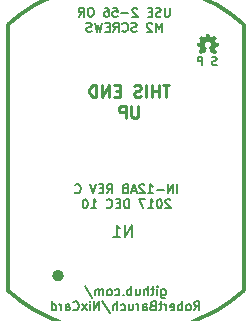
<source format=gbo>
G04 #@! TF.FileFunction,Legend,Bot*
%FSLAX46Y46*%
G04 Gerber Fmt 4.6, Leading zero omitted, Abs format (unit mm)*
G04 Created by KiCad (PCBNEW 4.0.4-stable) date 12/10/17 21:58:31*
%MOMM*%
%LPD*%
G01*
G04 APERTURE LIST*
%ADD10C,0.100000*%
%ADD11C,0.175000*%
%ADD12C,0.127000*%
%ADD13C,0.254000*%
%ADD14C,0.300000*%
%ADD15C,0.500000*%
%ADD16C,0.150000*%
G04 APERTURE END LIST*
D10*
D11*
X7700067Y7870067D02*
X7600067Y7836733D01*
X7433400Y7836733D01*
X7366733Y7870067D01*
X7333400Y7903400D01*
X7300067Y7970067D01*
X7300067Y8036733D01*
X7333400Y8103400D01*
X7366733Y8136733D01*
X7433400Y8170067D01*
X7566733Y8203400D01*
X7633400Y8236733D01*
X7666733Y8270067D01*
X7700067Y8336733D01*
X7700067Y8403400D01*
X7666733Y8470067D01*
X7633400Y8503400D01*
X7566733Y8536733D01*
X7400067Y8536733D01*
X7300067Y8503400D01*
X6466733Y7836733D02*
X6466733Y8536733D01*
X6200067Y8536733D01*
X6133400Y8503400D01*
X6100067Y8470067D01*
X6066733Y8403400D01*
X6066733Y8303400D01*
X6100067Y8236733D01*
X6133400Y8203400D01*
X6200067Y8170067D01*
X6466733Y8170067D01*
D12*
X3719285Y12685486D02*
X3719285Y12068629D01*
X3683000Y11996057D01*
X3646714Y11959771D01*
X3574143Y11923486D01*
X3429000Y11923486D01*
X3356428Y11959771D01*
X3320143Y11996057D01*
X3283857Y12068629D01*
X3283857Y12685486D01*
X2957285Y11959771D02*
X2848428Y11923486D01*
X2666999Y11923486D01*
X2594428Y11959771D01*
X2558142Y11996057D01*
X2521857Y12068629D01*
X2521857Y12141200D01*
X2558142Y12213771D01*
X2594428Y12250057D01*
X2666999Y12286343D01*
X2812142Y12322629D01*
X2884714Y12358914D01*
X2920999Y12395200D01*
X2957285Y12467771D01*
X2957285Y12540343D01*
X2920999Y12612914D01*
X2884714Y12649200D01*
X2812142Y12685486D01*
X2630714Y12685486D01*
X2521857Y12649200D01*
X2195285Y12322629D02*
X1941285Y12322629D01*
X1832428Y11923486D02*
X2195285Y11923486D01*
X2195285Y12685486D01*
X1832428Y12685486D01*
X961571Y12612914D02*
X925285Y12649200D01*
X852714Y12685486D01*
X671285Y12685486D01*
X598714Y12649200D01*
X562428Y12612914D01*
X526143Y12540343D01*
X526143Y12467771D01*
X562428Y12358914D01*
X997857Y11923486D01*
X526143Y11923486D01*
X199571Y12213771D02*
X-381000Y12213771D01*
X-1106715Y12685486D02*
X-743858Y12685486D01*
X-707572Y12322629D01*
X-743858Y12358914D01*
X-816429Y12395200D01*
X-997858Y12395200D01*
X-1070429Y12358914D01*
X-1106715Y12322629D01*
X-1143000Y12250057D01*
X-1143000Y12068629D01*
X-1106715Y11996057D01*
X-1070429Y11959771D01*
X-997858Y11923486D01*
X-816429Y11923486D01*
X-743858Y11959771D01*
X-707572Y11996057D01*
X-1796143Y12685486D02*
X-1651000Y12685486D01*
X-1578429Y12649200D01*
X-1542143Y12612914D01*
X-1469572Y12504057D01*
X-1433286Y12358914D01*
X-1433286Y12068629D01*
X-1469572Y11996057D01*
X-1505857Y11959771D01*
X-1578429Y11923486D01*
X-1723572Y11923486D01*
X-1796143Y11959771D01*
X-1832429Y11996057D01*
X-1868714Y12068629D01*
X-1868714Y12250057D01*
X-1832429Y12322629D01*
X-1796143Y12358914D01*
X-1723572Y12395200D01*
X-1578429Y12395200D01*
X-1505857Y12358914D01*
X-1469572Y12322629D01*
X-1433286Y12250057D01*
X-2920999Y12685486D02*
X-3066142Y12685486D01*
X-3138714Y12649200D01*
X-3211285Y12576629D01*
X-3247571Y12431486D01*
X-3247571Y12177486D01*
X-3211285Y12032343D01*
X-3138714Y11959771D01*
X-3066142Y11923486D01*
X-2920999Y11923486D01*
X-2848428Y11959771D01*
X-2775857Y12032343D01*
X-2739571Y12177486D01*
X-2739571Y12431486D01*
X-2775857Y12576629D01*
X-2848428Y12649200D01*
X-2920999Y12685486D01*
X-4009571Y11923486D02*
X-3755571Y12286343D01*
X-3574143Y11923486D02*
X-3574143Y12685486D01*
X-3864428Y12685486D01*
X-3937000Y12649200D01*
X-3973285Y12612914D01*
X-4009571Y12540343D01*
X-4009571Y12431486D01*
X-3973285Y12358914D01*
X-3937000Y12322629D01*
X-3864428Y12286343D01*
X-3574143Y12286343D01*
X3047999Y10653486D02*
X3047999Y11415486D01*
X2793999Y10871200D01*
X2539999Y11415486D01*
X2539999Y10653486D01*
X2213428Y11342914D02*
X2177142Y11379200D01*
X2104571Y11415486D01*
X1923142Y11415486D01*
X1850571Y11379200D01*
X1814285Y11342914D01*
X1778000Y11270343D01*
X1778000Y11197771D01*
X1814285Y11088914D01*
X2249714Y10653486D01*
X1778000Y10653486D01*
X907143Y10689771D02*
X798286Y10653486D01*
X616857Y10653486D01*
X544286Y10689771D01*
X508000Y10726057D01*
X471715Y10798629D01*
X471715Y10871200D01*
X508000Y10943771D01*
X544286Y10980057D01*
X616857Y11016343D01*
X762000Y11052629D01*
X834572Y11088914D01*
X870857Y11125200D01*
X907143Y11197771D01*
X907143Y11270343D01*
X870857Y11342914D01*
X834572Y11379200D01*
X762000Y11415486D01*
X580572Y11415486D01*
X471715Y11379200D01*
X-290285Y10726057D02*
X-253999Y10689771D01*
X-145142Y10653486D01*
X-72571Y10653486D01*
X36286Y10689771D01*
X108858Y10762343D01*
X145143Y10834914D01*
X181429Y10980057D01*
X181429Y11088914D01*
X145143Y11234057D01*
X108858Y11306629D01*
X36286Y11379200D01*
X-72571Y11415486D01*
X-145142Y11415486D01*
X-253999Y11379200D01*
X-290285Y11342914D01*
X-1052285Y10653486D02*
X-798285Y11016343D01*
X-616857Y10653486D02*
X-616857Y11415486D01*
X-907142Y11415486D01*
X-979714Y11379200D01*
X-1015999Y11342914D01*
X-1052285Y11270343D01*
X-1052285Y11161486D01*
X-1015999Y11088914D01*
X-979714Y11052629D01*
X-907142Y11016343D01*
X-616857Y11016343D01*
X-1378857Y11052629D02*
X-1632857Y11052629D01*
X-1741714Y10653486D02*
X-1378857Y10653486D01*
X-1378857Y11415486D01*
X-1741714Y11415486D01*
X-1995714Y11415486D02*
X-2177143Y10653486D01*
X-2322286Y11197771D01*
X-2467428Y10653486D01*
X-2648857Y11415486D01*
X-2902857Y10689771D02*
X-3011714Y10653486D01*
X-3193143Y10653486D01*
X-3265714Y10689771D01*
X-3302000Y10726057D01*
X-3338285Y10798629D01*
X-3338285Y10871200D01*
X-3302000Y10943771D01*
X-3265714Y10980057D01*
X-3193143Y11016343D01*
X-3048000Y11052629D01*
X-2975428Y11088914D01*
X-2939143Y11125200D01*
X-2902857Y11197771D01*
X-2902857Y11270343D01*
X-2939143Y11342914D01*
X-2975428Y11379200D01*
X-3048000Y11415486D01*
X-3229428Y11415486D01*
X-3338285Y11379200D01*
D13*
X3689047Y6144381D02*
X3108476Y6144381D01*
X3398761Y5128381D02*
X3398761Y6144381D01*
X2769809Y5128381D02*
X2769809Y6144381D01*
X2769809Y5660571D02*
X2189238Y5660571D01*
X2189238Y5128381D02*
X2189238Y6144381D01*
X1705428Y5128381D02*
X1705428Y6144381D01*
X1269999Y5176762D02*
X1124856Y5128381D01*
X882952Y5128381D01*
X786190Y5176762D01*
X737809Y5225143D01*
X689428Y5321905D01*
X689428Y5418667D01*
X737809Y5515429D01*
X786190Y5563810D01*
X882952Y5612190D01*
X1076475Y5660571D01*
X1173237Y5708952D01*
X1221618Y5757333D01*
X1269999Y5854095D01*
X1269999Y5950857D01*
X1221618Y6047619D01*
X1173237Y6096000D01*
X1076475Y6144381D01*
X834571Y6144381D01*
X689428Y6096000D01*
X-520096Y5660571D02*
X-858762Y5660571D01*
X-1003905Y5128381D02*
X-520096Y5128381D01*
X-520096Y6144381D01*
X-1003905Y6144381D01*
X-1439334Y5128381D02*
X-1439334Y6144381D01*
X-2019905Y5128381D01*
X-2019905Y6144381D01*
X-2503715Y5128381D02*
X-2503715Y6144381D01*
X-2745620Y6144381D01*
X-2890762Y6096000D01*
X-2987524Y5999238D01*
X-3035905Y5902476D01*
X-3084286Y5708952D01*
X-3084286Y5563810D01*
X-3035905Y5370286D01*
X-2987524Y5273524D01*
X-2890762Y5176762D01*
X-2745620Y5128381D01*
X-2503715Y5128381D01*
X1052285Y4366381D02*
X1052285Y3543905D01*
X1003904Y3447143D01*
X955523Y3398762D01*
X858761Y3350381D01*
X665238Y3350381D01*
X568476Y3398762D01*
X520095Y3447143D01*
X471714Y3543905D01*
X471714Y4366381D01*
X-12096Y3350381D02*
X-12096Y4366381D01*
X-399143Y4366381D01*
X-495905Y4318000D01*
X-544286Y4269619D01*
X-592667Y4172857D01*
X-592667Y4027714D01*
X-544286Y3930952D01*
X-495905Y3882571D01*
X-399143Y3834190D01*
X-12096Y3834190D01*
D12*
X3004458Y-11165114D02*
X3004458Y-11781971D01*
X3040744Y-11854543D01*
X3077029Y-11890829D01*
X3149601Y-11927114D01*
X3258458Y-11927114D01*
X3331029Y-11890829D01*
X3004458Y-11636829D02*
X3077029Y-11673114D01*
X3222172Y-11673114D01*
X3294744Y-11636829D01*
X3331029Y-11600543D01*
X3367315Y-11527971D01*
X3367315Y-11310257D01*
X3331029Y-11237686D01*
X3294744Y-11201400D01*
X3222172Y-11165114D01*
X3077029Y-11165114D01*
X3004458Y-11201400D01*
X2641600Y-11673114D02*
X2641600Y-11165114D01*
X2641600Y-10911114D02*
X2677886Y-10947400D01*
X2641600Y-10983686D01*
X2605315Y-10947400D01*
X2641600Y-10911114D01*
X2641600Y-10983686D01*
X2387601Y-11165114D02*
X2097315Y-11165114D01*
X2278743Y-10911114D02*
X2278743Y-11564257D01*
X2242458Y-11636829D01*
X2169886Y-11673114D01*
X2097315Y-11673114D01*
X1843314Y-11673114D02*
X1843314Y-10911114D01*
X1516743Y-11673114D02*
X1516743Y-11273971D01*
X1553029Y-11201400D01*
X1625600Y-11165114D01*
X1734457Y-11165114D01*
X1807029Y-11201400D01*
X1843314Y-11237686D01*
X827314Y-11165114D02*
X827314Y-11673114D01*
X1153885Y-11165114D02*
X1153885Y-11564257D01*
X1117600Y-11636829D01*
X1045028Y-11673114D01*
X936171Y-11673114D01*
X863600Y-11636829D01*
X827314Y-11600543D01*
X464456Y-11673114D02*
X464456Y-10911114D01*
X464456Y-11201400D02*
X391885Y-11165114D01*
X246742Y-11165114D01*
X174171Y-11201400D01*
X137885Y-11237686D01*
X101599Y-11310257D01*
X101599Y-11527971D01*
X137885Y-11600543D01*
X174171Y-11636829D01*
X246742Y-11673114D01*
X391885Y-11673114D01*
X464456Y-11636829D01*
X-224973Y-11600543D02*
X-261258Y-11636829D01*
X-224973Y-11673114D01*
X-188687Y-11636829D01*
X-224973Y-11600543D01*
X-224973Y-11673114D01*
X-914401Y-11636829D02*
X-841830Y-11673114D01*
X-696687Y-11673114D01*
X-624115Y-11636829D01*
X-587830Y-11600543D01*
X-551544Y-11527971D01*
X-551544Y-11310257D01*
X-587830Y-11237686D01*
X-624115Y-11201400D01*
X-696687Y-11165114D01*
X-841830Y-11165114D01*
X-914401Y-11201400D01*
X-1349830Y-11673114D02*
X-1277258Y-11636829D01*
X-1240973Y-11600543D01*
X-1204687Y-11527971D01*
X-1204687Y-11310257D01*
X-1240973Y-11237686D01*
X-1277258Y-11201400D01*
X-1349830Y-11165114D01*
X-1458687Y-11165114D01*
X-1531258Y-11201400D01*
X-1567544Y-11237686D01*
X-1603830Y-11310257D01*
X-1603830Y-11527971D01*
X-1567544Y-11600543D01*
X-1531258Y-11636829D01*
X-1458687Y-11673114D01*
X-1349830Y-11673114D01*
X-1930402Y-11673114D02*
X-1930402Y-11165114D01*
X-1930402Y-11237686D02*
X-1966687Y-11201400D01*
X-2039259Y-11165114D01*
X-2148116Y-11165114D01*
X-2220687Y-11201400D01*
X-2256973Y-11273971D01*
X-2256973Y-11673114D01*
X-2256973Y-11273971D02*
X-2293259Y-11201400D01*
X-2365830Y-11165114D01*
X-2474687Y-11165114D01*
X-2547259Y-11201400D01*
X-2583544Y-11273971D01*
X-2583544Y-11673114D01*
X-3490687Y-10874829D02*
X-2837544Y-11854543D01*
X5780316Y-12943114D02*
X6034316Y-12580257D01*
X6215744Y-12943114D02*
X6215744Y-12181114D01*
X5925459Y-12181114D01*
X5852887Y-12217400D01*
X5816602Y-12253686D01*
X5780316Y-12326257D01*
X5780316Y-12435114D01*
X5816602Y-12507686D01*
X5852887Y-12543971D01*
X5925459Y-12580257D01*
X6215744Y-12580257D01*
X5344887Y-12943114D02*
X5417459Y-12906829D01*
X5453744Y-12870543D01*
X5490030Y-12797971D01*
X5490030Y-12580257D01*
X5453744Y-12507686D01*
X5417459Y-12471400D01*
X5344887Y-12435114D01*
X5236030Y-12435114D01*
X5163459Y-12471400D01*
X5127173Y-12507686D01*
X5090887Y-12580257D01*
X5090887Y-12797971D01*
X5127173Y-12870543D01*
X5163459Y-12906829D01*
X5236030Y-12943114D01*
X5344887Y-12943114D01*
X4764315Y-12943114D02*
X4764315Y-12181114D01*
X4764315Y-12471400D02*
X4691744Y-12435114D01*
X4546601Y-12435114D01*
X4474030Y-12471400D01*
X4437744Y-12507686D01*
X4401458Y-12580257D01*
X4401458Y-12797971D01*
X4437744Y-12870543D01*
X4474030Y-12906829D01*
X4546601Y-12943114D01*
X4691744Y-12943114D01*
X4764315Y-12906829D01*
X3784601Y-12906829D02*
X3857172Y-12943114D01*
X4002315Y-12943114D01*
X4074886Y-12906829D01*
X4111172Y-12834257D01*
X4111172Y-12543971D01*
X4074886Y-12471400D01*
X4002315Y-12435114D01*
X3857172Y-12435114D01*
X3784601Y-12471400D01*
X3748315Y-12543971D01*
X3748315Y-12616543D01*
X4111172Y-12689114D01*
X3421743Y-12943114D02*
X3421743Y-12435114D01*
X3421743Y-12580257D02*
X3385458Y-12507686D01*
X3349172Y-12471400D01*
X3276601Y-12435114D01*
X3204029Y-12435114D01*
X3058887Y-12435114D02*
X2768601Y-12435114D01*
X2950029Y-12181114D02*
X2950029Y-12834257D01*
X2913744Y-12906829D01*
X2841172Y-12943114D01*
X2768601Y-12943114D01*
X2260600Y-12543971D02*
X2151743Y-12580257D01*
X2115458Y-12616543D01*
X2079172Y-12689114D01*
X2079172Y-12797971D01*
X2115458Y-12870543D01*
X2151743Y-12906829D01*
X2224315Y-12943114D01*
X2514600Y-12943114D01*
X2514600Y-12181114D01*
X2260600Y-12181114D01*
X2188029Y-12217400D01*
X2151743Y-12253686D01*
X2115458Y-12326257D01*
X2115458Y-12398829D01*
X2151743Y-12471400D01*
X2188029Y-12507686D01*
X2260600Y-12543971D01*
X2514600Y-12543971D01*
X1426029Y-12943114D02*
X1426029Y-12543971D01*
X1462315Y-12471400D01*
X1534886Y-12435114D01*
X1680029Y-12435114D01*
X1752600Y-12471400D01*
X1426029Y-12906829D02*
X1498600Y-12943114D01*
X1680029Y-12943114D01*
X1752600Y-12906829D01*
X1788886Y-12834257D01*
X1788886Y-12761686D01*
X1752600Y-12689114D01*
X1680029Y-12652829D01*
X1498600Y-12652829D01*
X1426029Y-12616543D01*
X1063171Y-12943114D02*
X1063171Y-12435114D01*
X1063171Y-12580257D02*
X1026886Y-12507686D01*
X990600Y-12471400D01*
X918029Y-12435114D01*
X845457Y-12435114D01*
X264886Y-12435114D02*
X264886Y-12943114D01*
X591457Y-12435114D02*
X591457Y-12834257D01*
X555172Y-12906829D01*
X482600Y-12943114D01*
X373743Y-12943114D01*
X301172Y-12906829D01*
X264886Y-12870543D01*
X-424543Y-12906829D02*
X-351972Y-12943114D01*
X-206829Y-12943114D01*
X-134257Y-12906829D01*
X-97972Y-12870543D01*
X-61686Y-12797971D01*
X-61686Y-12580257D01*
X-97972Y-12507686D01*
X-134257Y-12471400D01*
X-206829Y-12435114D01*
X-351972Y-12435114D01*
X-424543Y-12471400D01*
X-751115Y-12943114D02*
X-751115Y-12181114D01*
X-1077686Y-12943114D02*
X-1077686Y-12543971D01*
X-1041400Y-12471400D01*
X-968829Y-12435114D01*
X-859972Y-12435114D01*
X-787400Y-12471400D01*
X-751115Y-12507686D01*
X-1984829Y-12144829D02*
X-1331686Y-13124543D01*
X-2238830Y-12943114D02*
X-2238830Y-12181114D01*
X-2674258Y-12943114D01*
X-2674258Y-12181114D01*
X-3037116Y-12943114D02*
X-3037116Y-12435114D01*
X-3037116Y-12181114D02*
X-3000830Y-12217400D01*
X-3037116Y-12253686D01*
X-3073401Y-12217400D01*
X-3037116Y-12181114D01*
X-3037116Y-12253686D01*
X-3327401Y-12943114D02*
X-3726544Y-12435114D01*
X-3327401Y-12435114D02*
X-3726544Y-12943114D01*
X-4452258Y-12870543D02*
X-4415972Y-12906829D01*
X-4307115Y-12943114D01*
X-4234544Y-12943114D01*
X-4125687Y-12906829D01*
X-4053115Y-12834257D01*
X-4016830Y-12761686D01*
X-3980544Y-12616543D01*
X-3980544Y-12507686D01*
X-4016830Y-12362543D01*
X-4053115Y-12289971D01*
X-4125687Y-12217400D01*
X-4234544Y-12181114D01*
X-4307115Y-12181114D01*
X-4415972Y-12217400D01*
X-4452258Y-12253686D01*
X-5105401Y-12943114D02*
X-5105401Y-12543971D01*
X-5069115Y-12471400D01*
X-4996544Y-12435114D01*
X-4851401Y-12435114D01*
X-4778830Y-12471400D01*
X-5105401Y-12906829D02*
X-5032830Y-12943114D01*
X-4851401Y-12943114D01*
X-4778830Y-12906829D01*
X-4742544Y-12834257D01*
X-4742544Y-12761686D01*
X-4778830Y-12689114D01*
X-4851401Y-12652829D01*
X-5032830Y-12652829D01*
X-5105401Y-12616543D01*
X-5468259Y-12943114D02*
X-5468259Y-12435114D01*
X-5468259Y-12580257D02*
X-5504544Y-12507686D01*
X-5540830Y-12471400D01*
X-5613401Y-12435114D01*
X-5685973Y-12435114D01*
X-6266544Y-12943114D02*
X-6266544Y-12181114D01*
X-6266544Y-12906829D02*
X-6193973Y-12943114D01*
X-6048830Y-12943114D01*
X-5976258Y-12906829D01*
X-5939973Y-12870543D01*
X-5903687Y-12797971D01*
X-5903687Y-12580257D01*
X-5939973Y-12507686D01*
X-5976258Y-12471400D01*
X-6048830Y-12435114D01*
X-6193973Y-12435114D01*
X-6266544Y-12471400D01*
X4368799Y-3011714D02*
X4368799Y-2249714D01*
X4005942Y-3011714D02*
X4005942Y-2249714D01*
X3570514Y-3011714D01*
X3570514Y-2249714D01*
X3207656Y-2721429D02*
X2627085Y-2721429D01*
X1865085Y-3011714D02*
X2300513Y-3011714D01*
X2082799Y-3011714D02*
X2082799Y-2249714D01*
X2155370Y-2358571D01*
X2227942Y-2431143D01*
X2300513Y-2467429D01*
X1574799Y-2322286D02*
X1538513Y-2286000D01*
X1465942Y-2249714D01*
X1284513Y-2249714D01*
X1211942Y-2286000D01*
X1175656Y-2322286D01*
X1139371Y-2394857D01*
X1139371Y-2467429D01*
X1175656Y-2576286D01*
X1611085Y-3011714D01*
X1139371Y-3011714D01*
X849085Y-2794000D02*
X486228Y-2794000D01*
X921657Y-3011714D02*
X667657Y-2249714D01*
X413657Y-3011714D01*
X-94344Y-2612571D02*
X-203201Y-2648857D01*
X-239486Y-2685143D01*
X-275772Y-2757714D01*
X-275772Y-2866571D01*
X-239486Y-2939143D01*
X-203201Y-2975429D01*
X-130629Y-3011714D01*
X159656Y-3011714D01*
X159656Y-2249714D01*
X-94344Y-2249714D01*
X-166915Y-2286000D01*
X-203201Y-2322286D01*
X-239486Y-2394857D01*
X-239486Y-2467429D01*
X-203201Y-2540000D01*
X-166915Y-2576286D01*
X-94344Y-2612571D01*
X159656Y-2612571D01*
X-1618343Y-3011714D02*
X-1364343Y-2648857D01*
X-1182915Y-3011714D02*
X-1182915Y-2249714D01*
X-1473200Y-2249714D01*
X-1545772Y-2286000D01*
X-1582057Y-2322286D01*
X-1618343Y-2394857D01*
X-1618343Y-2503714D01*
X-1582057Y-2576286D01*
X-1545772Y-2612571D01*
X-1473200Y-2648857D01*
X-1182915Y-2648857D01*
X-1944915Y-2612571D02*
X-2198915Y-2612571D01*
X-2307772Y-3011714D02*
X-1944915Y-3011714D01*
X-1944915Y-2249714D01*
X-2307772Y-2249714D01*
X-2525486Y-2249714D02*
X-2779486Y-3011714D01*
X-3033486Y-2249714D01*
X-4303486Y-2939143D02*
X-4267200Y-2975429D01*
X-4158343Y-3011714D01*
X-4085772Y-3011714D01*
X-3976915Y-2975429D01*
X-3904343Y-2902857D01*
X-3868058Y-2830286D01*
X-3831772Y-2685143D01*
X-3831772Y-2576286D01*
X-3868058Y-2431143D01*
X-3904343Y-2358571D01*
X-3976915Y-2286000D01*
X-4085772Y-2249714D01*
X-4158343Y-2249714D01*
X-4267200Y-2286000D01*
X-4303486Y-2322286D01*
X3770084Y-3592286D02*
X3733798Y-3556000D01*
X3661227Y-3519714D01*
X3479798Y-3519714D01*
X3407227Y-3556000D01*
X3370941Y-3592286D01*
X3334656Y-3664857D01*
X3334656Y-3737429D01*
X3370941Y-3846286D01*
X3806370Y-4281714D01*
X3334656Y-4281714D01*
X2862942Y-3519714D02*
X2790370Y-3519714D01*
X2717799Y-3556000D01*
X2681513Y-3592286D01*
X2645227Y-3664857D01*
X2608942Y-3810000D01*
X2608942Y-3991429D01*
X2645227Y-4136571D01*
X2681513Y-4209143D01*
X2717799Y-4245429D01*
X2790370Y-4281714D01*
X2862942Y-4281714D01*
X2935513Y-4245429D01*
X2971799Y-4209143D01*
X3008084Y-4136571D01*
X3044370Y-3991429D01*
X3044370Y-3810000D01*
X3008084Y-3664857D01*
X2971799Y-3592286D01*
X2935513Y-3556000D01*
X2862942Y-3519714D01*
X1883228Y-4281714D02*
X2318656Y-4281714D01*
X2100942Y-4281714D02*
X2100942Y-3519714D01*
X2173513Y-3628571D01*
X2246085Y-3701143D01*
X2318656Y-3737429D01*
X1629228Y-3519714D02*
X1121228Y-3519714D01*
X1447799Y-4281714D01*
X250371Y-4281714D02*
X250371Y-3519714D01*
X68943Y-3519714D01*
X-39914Y-3556000D01*
X-112486Y-3628571D01*
X-148771Y-3701143D01*
X-185057Y-3846286D01*
X-185057Y-3955143D01*
X-148771Y-4100286D01*
X-112486Y-4172857D01*
X-39914Y-4245429D01*
X68943Y-4281714D01*
X250371Y-4281714D01*
X-511629Y-3882571D02*
X-765629Y-3882571D01*
X-874486Y-4281714D02*
X-511629Y-4281714D01*
X-511629Y-3519714D01*
X-874486Y-3519714D01*
X-1636486Y-4209143D02*
X-1600200Y-4245429D01*
X-1491343Y-4281714D01*
X-1418772Y-4281714D01*
X-1309915Y-4245429D01*
X-1237343Y-4172857D01*
X-1201058Y-4100286D01*
X-1164772Y-3955143D01*
X-1164772Y-3846286D01*
X-1201058Y-3701143D01*
X-1237343Y-3628571D01*
X-1309915Y-3556000D01*
X-1418772Y-3519714D01*
X-1491343Y-3519714D01*
X-1600200Y-3556000D01*
X-1636486Y-3592286D01*
X-2942771Y-4281714D02*
X-2507343Y-4281714D01*
X-2725057Y-4281714D02*
X-2725057Y-3519714D01*
X-2652486Y-3628571D01*
X-2579914Y-3701143D01*
X-2507343Y-3737429D01*
X-3414485Y-3519714D02*
X-3487057Y-3519714D01*
X-3559628Y-3556000D01*
X-3595914Y-3592286D01*
X-3632200Y-3664857D01*
X-3668485Y-3810000D01*
X-3668485Y-3991429D01*
X-3632200Y-4136571D01*
X-3595914Y-4209143D01*
X-3559628Y-4245429D01*
X-3487057Y-4281714D01*
X-3414485Y-4281714D01*
X-3341914Y-4245429D01*
X-3305628Y-4209143D01*
X-3269343Y-4136571D01*
X-3233057Y-3991429D01*
X-3233057Y-3810000D01*
X-3269343Y-3664857D01*
X-3305628Y-3592286D01*
X-3341914Y-3556000D01*
X-3414485Y-3519714D01*
D14*
X9986822Y-11261700D02*
G75*
G02X-10000000Y-11250000I-9986822J11261700D01*
G01*
X-9986822Y11261700D02*
G75*
G02X10000000Y11250000I9986822J-11261700D01*
G01*
X10000000Y-11250000D02*
X10000000Y11250000D01*
X-10000000Y-11250000D02*
X-10000000Y11250000D01*
D15*
X-5500000Y-10000000D02*
G75*
G03X-5500000Y-10000000I-250000J0D01*
G01*
D10*
G36*
X5999812Y9690015D02*
X6231784Y9733153D01*
X6245514Y9744964D01*
X6316620Y9910854D01*
X6315491Y9928789D01*
X6180335Y10125781D01*
X6181817Y10141811D01*
X6350628Y10310622D01*
X6366644Y10312104D01*
X6567092Y10174549D01*
X6585112Y10173250D01*
X6745923Y10239079D01*
X6757776Y10252654D01*
X6802438Y10492585D01*
X6814813Y10502872D01*
X7053573Y10502872D01*
X7065934Y10492585D01*
X7110582Y10252654D01*
X7122435Y10239079D01*
X7283259Y10173250D01*
X7301279Y10174549D01*
X7501714Y10312104D01*
X7517744Y10310622D01*
X7686569Y10141811D01*
X7688051Y10125781D01*
X7552880Y9928789D01*
X7551766Y9910854D01*
X7622886Y9744964D01*
X7636616Y9733153D01*
X7868574Y9690015D01*
X7878861Y9677626D01*
X7878847Y9438880D01*
X7868560Y9426490D01*
X7642288Y9384383D01*
X7628855Y9372487D01*
X7558214Y9196028D01*
X7559555Y9178008D01*
X7688079Y8990711D01*
X7686597Y8974667D01*
X7517758Y8805855D01*
X7501728Y8804374D01*
X7317747Y8930654D01*
X7300108Y8931261D01*
X7218969Y8887940D01*
X7205634Y8892850D01*
X7038333Y9297091D01*
X7043244Y9312204D01*
X7063549Y9324636D01*
X7076391Y9334472D01*
X7164784Y9428222D01*
X7198240Y9556877D01*
X7177489Y9659652D01*
X7120902Y9743578D01*
X7036976Y9800161D01*
X6934207Y9820910D01*
X6831440Y9800161D01*
X6747519Y9743578D01*
X6690937Y9659652D01*
X6670188Y9556877D01*
X6703639Y9428222D01*
X6792038Y9334472D01*
X6804851Y9324636D01*
X6825156Y9312204D01*
X6830067Y9297091D01*
X6662780Y8892836D01*
X6649445Y8887926D01*
X6568306Y8931247D01*
X6550667Y8930640D01*
X6366672Y8804360D01*
X6350656Y8805841D01*
X6181817Y8974653D01*
X6180335Y8990697D01*
X6308873Y9177994D01*
X6310200Y9196014D01*
X6239559Y9372473D01*
X6226140Y9384369D01*
X5999868Y9426476D01*
X5989581Y9438866D01*
X5989553Y9677612D01*
X5999812Y9690015D01*
X5999812Y9690015D01*
G37*
D16*
X511905Y-6702381D02*
X511905Y-5702381D01*
X-59524Y-6702381D01*
X-59524Y-5702381D01*
X-1059524Y-6702381D02*
X-488095Y-6702381D01*
X-773809Y-6702381D02*
X-773809Y-5702381D01*
X-678571Y-5845238D01*
X-583333Y-5940476D01*
X-488095Y-5988095D01*
M02*

</source>
